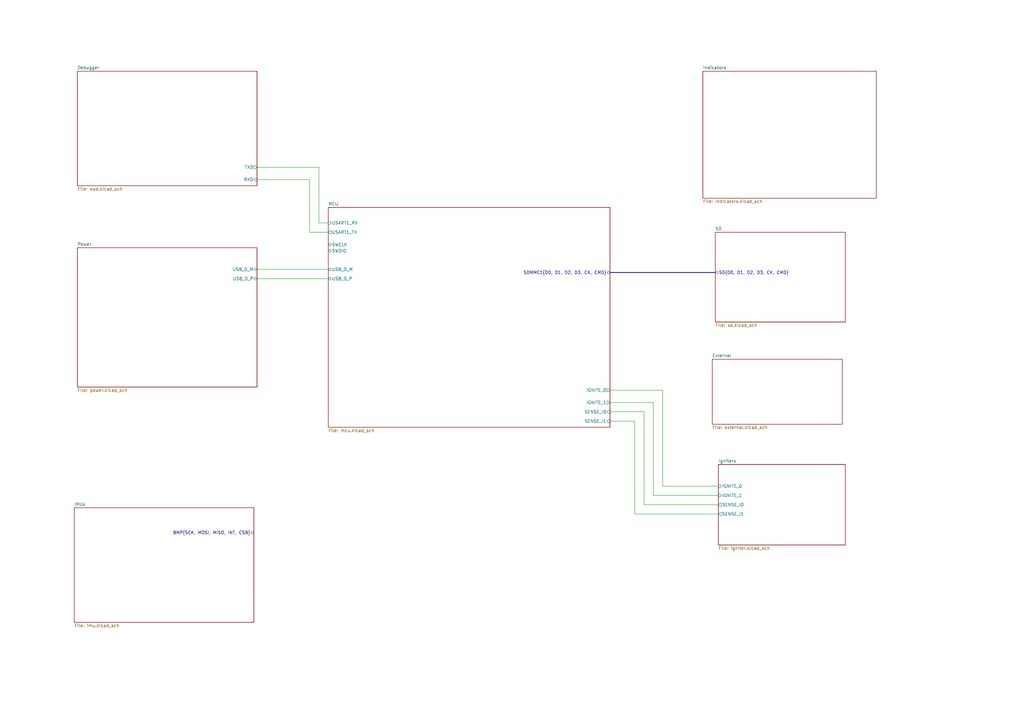
<source format=kicad_sch>
(kicad_sch
	(version 20250114)
	(generator "eeschema")
	(generator_version "9.0")
	(uuid "3f5bc5ea-feaa-4ed9-b0e0-c918b1fb5754")
	(paper "A3")
	(lib_symbols)
	(wire
		(pts
			(xy 271.78 199.39) (xy 294.64 199.39)
		)
		(stroke
			(width 0)
			(type default)
		)
		(uuid "06f7207e-34b1-4e57-aab7-4ef9b98feda2")
	)
	(wire
		(pts
			(xy 271.78 160.02) (xy 271.78 199.39)
		)
		(stroke
			(width 0)
			(type default)
		)
		(uuid "0e99de1d-1aab-4588-a050-cf6ac32fe0c2")
	)
	(wire
		(pts
			(xy 260.35 172.72) (xy 260.35 210.82)
		)
		(stroke
			(width 0)
			(type default)
		)
		(uuid "2d27c37e-893e-4e0f-a6d8-52549ffdbbf9")
	)
	(wire
		(pts
			(xy 250.19 160.02) (xy 271.78 160.02)
		)
		(stroke
			(width 0)
			(type default)
		)
		(uuid "533c1f2c-2daf-46b3-8fab-0d6277d58c76")
	)
	(wire
		(pts
			(xy 105.41 73.66) (xy 127 73.66)
		)
		(stroke
			(width 0)
			(type default)
		)
		(uuid "56efa787-0426-43fc-b92c-6bad00c96fbf")
	)
	(wire
		(pts
			(xy 267.97 165.1) (xy 267.97 203.2)
		)
		(stroke
			(width 0)
			(type default)
		)
		(uuid "67dda562-cd98-4abf-8a1d-acdeb9494603")
	)
	(wire
		(pts
			(xy 105.41 110.49) (xy 134.62 110.49)
		)
		(stroke
			(width 0)
			(type default)
		)
		(uuid "8b48c686-a9c9-434b-95bf-3fc737f3a139")
	)
	(bus
		(pts
			(xy 250.19 111.76) (xy 293.37 111.76)
		)
		(stroke
			(width 0)
			(type default)
		)
		(uuid "8e14d2df-0986-49fa-8e92-aaa0cc1dd38d")
	)
	(wire
		(pts
			(xy 264.16 168.91) (xy 264.16 207.01)
		)
		(stroke
			(width 0)
			(type default)
		)
		(uuid "9656bc5e-942e-432e-a8c2-a50206e530b5")
	)
	(wire
		(pts
			(xy 264.16 207.01) (xy 294.64 207.01)
		)
		(stroke
			(width 0)
			(type default)
		)
		(uuid "97242920-8f04-4e48-bf40-3153ee85ef5a")
	)
	(wire
		(pts
			(xy 250.19 172.72) (xy 260.35 172.72)
		)
		(stroke
			(width 0)
			(type default)
		)
		(uuid "975770d0-4524-4475-b58c-c6be04ec7b2f")
	)
	(wire
		(pts
			(xy 260.35 210.82) (xy 294.64 210.82)
		)
		(stroke
			(width 0)
			(type default)
		)
		(uuid "9c1a210f-853b-4b56-a042-b1ad6e7fadac")
	)
	(wire
		(pts
			(xy 105.41 68.58) (xy 130.81 68.58)
		)
		(stroke
			(width 0)
			(type default)
		)
		(uuid "ad3eff3d-22b1-4573-9cf4-a4f675c31e39")
	)
	(wire
		(pts
			(xy 250.19 168.91) (xy 264.16 168.91)
		)
		(stroke
			(width 0)
			(type default)
		)
		(uuid "ad99d665-28d1-44a5-96c7-f0e0279beccf")
	)
	(wire
		(pts
			(xy 250.19 165.1) (xy 267.97 165.1)
		)
		(stroke
			(width 0)
			(type default)
		)
		(uuid "c35acaf1-f4c7-4c8e-b270-c6fdc3456ddb")
	)
	(wire
		(pts
			(xy 130.81 68.58) (xy 130.81 91.44)
		)
		(stroke
			(width 0)
			(type default)
		)
		(uuid "cb8f756e-4dcd-4809-9d85-cb2809b77853")
	)
	(wire
		(pts
			(xy 105.41 114.3) (xy 134.62 114.3)
		)
		(stroke
			(width 0)
			(type default)
		)
		(uuid "e1812d0d-b3dc-48dc-9a0f-6a805c177ab4")
	)
	(wire
		(pts
			(xy 130.81 91.44) (xy 134.62 91.44)
		)
		(stroke
			(width 0)
			(type default)
		)
		(uuid "e1d6238b-5ea7-4b4e-a577-61babe8bf170")
	)
	(wire
		(pts
			(xy 267.97 203.2) (xy 294.64 203.2)
		)
		(stroke
			(width 0)
			(type default)
		)
		(uuid "ea1ab451-95e9-4100-bb88-970fa744e929")
	)
	(wire
		(pts
			(xy 127 73.66) (xy 127 95.25)
		)
		(stroke
			(width 0)
			(type default)
		)
		(uuid "f3fd0b49-815d-4818-bc19-d6e81f7cb4fe")
	)
	(wire
		(pts
			(xy 127 95.25) (xy 134.62 95.25)
		)
		(stroke
			(width 0)
			(type default)
		)
		(uuid "f97d324b-7614-44a4-8f6c-8970f08e4705")
	)
	(sheet
		(at 31.75 29.21)
		(size 73.66 46.99)
		(exclude_from_sim no)
		(in_bom yes)
		(on_board yes)
		(dnp no)
		(fields_autoplaced yes)
		(stroke
			(width 0.1524)
			(type solid)
		)
		(fill
			(color 0 0 0 0.0000)
		)
		(uuid "226d91b5-727a-47f8-9cda-891697ac9edb")
		(property "Sheetname" "Debugger"
			(at 31.75 28.4984 0)
			(effects
				(font
					(size 1.27 1.27)
				)
				(justify left bottom)
			)
		)
		(property "Sheetfile" "swd.kicad_sch"
			(at 31.75 76.7846 0)
			(effects
				(font
					(size 1.27 1.27)
				)
				(justify left top)
			)
		)
		(pin "RXD" input
			(at 105.41 73.66 0)
			(uuid "343d7df8-84ef-4555-a309-f30064cb2389")
			(effects
				(font
					(size 1.27 1.27)
				)
				(justify right)
			)
		)
		(pin "TXD" output
			(at 105.41 68.58 0)
			(uuid "dd91fcc0-d4a8-4d40-b865-0ab78b04b3b3")
			(effects
				(font
					(size 1.27 1.27)
				)
				(justify right)
			)
		)
		(instances
			(project "aerolotl"
				(path "/3f5bc5ea-feaa-4ed9-b0e0-c918b1fb5754"
					(page "3")
				)
			)
		)
	)
	(sheet
		(at 293.37 95.25)
		(size 53.34 36.83)
		(exclude_from_sim no)
		(in_bom yes)
		(on_board yes)
		(dnp no)
		(fields_autoplaced yes)
		(stroke
			(width 0.1524)
			(type solid)
		)
		(fill
			(color 0 0 0 0.0000)
		)
		(uuid "5163456c-8297-491e-bf51-bada45954a82")
		(property "Sheetname" "SD"
			(at 293.37 94.5384 0)
			(effects
				(font
					(size 1.27 1.27)
				)
				(justify left bottom)
			)
		)
		(property "Sheetfile" "sd.kicad_sch"
			(at 293.37 132.6646 0)
			(effects
				(font
					(size 1.27 1.27)
				)
				(justify left top)
			)
		)
		(pin "SD{D0, D1, D2, D3, CK, CMD}" bidirectional
			(at 293.37 111.76 180)
			(uuid "fed8a183-8444-40db-8f07-273dd03d2554")
			(effects
				(font
					(size 1.27 1.27)
				)
				(justify left)
			)
		)
		(instances
			(project "aerolotl"
				(path "/3f5bc5ea-feaa-4ed9-b0e0-c918b1fb5754"
					(page "8")
				)
			)
		)
	)
	(sheet
		(at 294.64 190.5)
		(size 52.07 33.02)
		(exclude_from_sim no)
		(in_bom yes)
		(on_board yes)
		(dnp no)
		(fields_autoplaced yes)
		(stroke
			(width 0.1524)
			(type solid)
		)
		(fill
			(color 0 0 0 0.0000)
		)
		(uuid "52f7934e-6b3c-4046-8930-cc057f9c6816")
		(property "Sheetname" "Igniters"
			(at 294.64 189.7884 0)
			(effects
				(font
					(size 1.27 1.27)
				)
				(justify left bottom)
			)
		)
		(property "Sheetfile" "igniter.kicad_sch"
			(at 294.64 224.1046 0)
			(effects
				(font
					(size 1.27 1.27)
				)
				(justify left top)
			)
		)
		(pin "IGNITE_0" input
			(at 294.64 199.39 180)
			(uuid "02844afa-56a8-43d0-a94b-48ccadafcf95")
			(effects
				(font
					(size 1.27 1.27)
				)
				(justify left)
			)
		)
		(pin "IGNITE_1" input
			(at 294.64 203.2 180)
			(uuid "79f0e121-2cc7-4967-9bda-1b102a707972")
			(effects
				(font
					(size 1.27 1.27)
				)
				(justify left)
			)
		)
		(pin "SENSE_I0" output
			(at 294.64 207.01 180)
			(uuid "0994c243-6d58-4040-bf74-1f3f944a6edd")
			(effects
				(font
					(size 1.27 1.27)
				)
				(justify left)
			)
		)
		(pin "SENSE_I1" output
			(at 294.64 210.82 180)
			(uuid "23095157-59e2-43c8-8dfc-d836e9f215b3")
			(effects
				(font
					(size 1.27 1.27)
				)
				(justify left)
			)
		)
		(instances
			(project "aerolotl"
				(path "/3f5bc5ea-feaa-4ed9-b0e0-c918b1fb5754"
					(page "10")
				)
			)
		)
	)
	(sheet
		(at 292.1 147.32)
		(size 53.34 26.67)
		(exclude_from_sim no)
		(in_bom yes)
		(on_board yes)
		(dnp no)
		(fields_autoplaced yes)
		(stroke
			(width 0.1524)
			(type solid)
		)
		(fill
			(color 0 0 0 0.0000)
		)
		(uuid "5f72b0ed-0324-499f-bb98-18e31eb15f1d")
		(property "Sheetname" "External"
			(at 292.1 146.6084 0)
			(effects
				(font
					(size 1.27 1.27)
				)
				(justify left bottom)
			)
		)
		(property "Sheetfile" "external.kicad_sch"
			(at 292.1 174.5746 0)
			(effects
				(font
					(size 1.27 1.27)
				)
				(justify left top)
			)
		)
		(instances
			(project "aerolotl"
				(path "/3f5bc5ea-feaa-4ed9-b0e0-c918b1fb5754"
					(page "9")
				)
			)
		)
	)
	(sheet
		(at 288.29 29.21)
		(size 71.12 52.07)
		(exclude_from_sim no)
		(in_bom yes)
		(on_board yes)
		(dnp no)
		(fields_autoplaced yes)
		(stroke
			(width 0.1524)
			(type solid)
		)
		(fill
			(color 0 0 0 0.0000)
		)
		(uuid "661f4fc2-097f-41c0-811b-86b5718b26e2")
		(property "Sheetname" "Indicators"
			(at 288.29 28.4984 0)
			(effects
				(font
					(size 1.27 1.27)
				)
				(justify left bottom)
			)
		)
		(property "Sheetfile" "indicators.kicad_sch"
			(at 288.29 81.8646 0)
			(effects
				(font
					(size 1.27 1.27)
				)
				(justify left top)
			)
		)
		(instances
			(project "aerolotl"
				(path "/3f5bc5ea-feaa-4ed9-b0e0-c918b1fb5754"
					(page "6")
				)
			)
		)
	)
	(sheet
		(at 31.75 101.6)
		(size 73.66 57.15)
		(exclude_from_sim no)
		(in_bom yes)
		(on_board yes)
		(dnp no)
		(fields_autoplaced yes)
		(stroke
			(width 0.1524)
			(type solid)
		)
		(fill
			(color 0 0 0 0.0000)
		)
		(uuid "74cb3ba4-5441-4040-b144-f529fa281743")
		(property "Sheetname" "Power"
			(at 31.75 100.8884 0)
			(effects
				(font
					(size 1.27 1.27)
				)
				(justify left bottom)
			)
		)
		(property "Sheetfile" "power.kicad_sch"
			(at 31.75 159.3346 0)
			(effects
				(font
					(size 1.27 1.27)
				)
				(justify left top)
			)
		)
		(pin "USB_D_M" bidirectional
			(at 105.41 110.49 0)
			(uuid "9702f6fe-72bc-4c63-9469-8ad1e7cc9e60")
			(effects
				(font
					(size 1.27 1.27)
				)
				(justify right)
			)
		)
		(pin "USB_D_P" bidirectional
			(at 105.41 114.3 0)
			(uuid "88897167-87d1-4e89-b05c-da2645804c15")
			(effects
				(font
					(size 1.27 1.27)
				)
				(justify right)
			)
		)
		(instances
			(project "aerolotl"
				(path "/3f5bc5ea-feaa-4ed9-b0e0-c918b1fb5754"
					(page "4")
				)
			)
		)
	)
	(sheet
		(at 30.48 208.28)
		(size 73.66 46.99)
		(exclude_from_sim no)
		(in_bom yes)
		(on_board yes)
		(dnp no)
		(fields_autoplaced yes)
		(stroke
			(width 0.1524)
			(type solid)
		)
		(fill
			(color 0 0 0 0.0000)
		)
		(uuid "74e9b1e9-3a21-4de4-9795-bce3dd5092b3")
		(property "Sheetname" "IMUs"
			(at 30.48 207.5684 0)
			(effects
				(font
					(size 1.27 1.27)
				)
				(justify left bottom)
			)
		)
		(property "Sheetfile" "imu.kicad_sch"
			(at 30.48 255.8546 0)
			(effects
				(font
					(size 1.27 1.27)
				)
				(justify left top)
			)
		)
		(pin "BMP{SCK, MOSI, MISO, INT, CSB}" bidirectional
			(at 104.14 218.44 0)
			(uuid "0b0d86a5-a235-4586-a1e4-2c7283e7973b")
			(effects
				(font
					(size 1.27 1.27)
				)
				(justify right)
			)
		)
		(instances
			(project "aerolotl"
				(path "/3f5bc5ea-feaa-4ed9-b0e0-c918b1fb5754"
					(page "5")
				)
			)
		)
	)
	(sheet
		(at 134.62 85.09)
		(size 115.57 90.17)
		(exclude_from_sim no)
		(in_bom yes)
		(on_board yes)
		(dnp no)
		(fields_autoplaced yes)
		(stroke
			(width 0.1524)
			(type solid)
		)
		(fill
			(color 0 0 0 0.0000)
		)
		(uuid "ab6692e5-8cdb-4044-acef-dc950a39c5fc")
		(property "Sheetname" "MCU"
			(at 134.62 84.3784 0)
			(effects
				(font
					(size 1.27 1.27)
				)
				(justify left bottom)
			)
		)
		(property "Sheetfile" "mcu.kicad_sch"
			(at 134.62 175.8446 0)
			(effects
				(font
					(size 1.27 1.27)
				)
				(justify left top)
			)
		)
		(pin "USART1_RX" input
			(at 134.62 91.44 180)
			(uuid "a242df06-584f-4503-a92e-cc8ab27b339e")
			(effects
				(font
					(size 1.27 1.27)
				)
				(justify left)
			)
		)
		(pin "USART1_TX" output
			(at 134.62 95.25 180)
			(uuid "91a47877-9648-4fcf-9c3f-8d29fd67d5fc")
			(effects
				(font
					(size 1.27 1.27)
				)
				(justify left)
			)
		)
		(pin "IGNITE_0" output
			(at 250.19 160.02 0)
			(uuid "a3d606fb-9e7a-4776-965b-51b53592c3bc")
			(effects
				(font
					(size 1.27 1.27)
				)
				(justify right)
			)
		)
		(pin "IGNITE_1" output
			(at 250.19 165.1 0)
			(uuid "88fdb9e3-a7e5-4410-ad47-fe7468d10071")
			(effects
				(font
					(size 1.27 1.27)
				)
				(justify right)
			)
		)
		(pin "SDMMC1{D0, D1, D2, D3, CK, CMD}" bidirectional
			(at 250.19 111.76 0)
			(uuid "02a75401-e20c-4237-8915-3f28daec08bc")
			(effects
				(font
					(size 1.27 1.27)
				)
				(justify right)
			)
		)
		(pin "SENSE_I0" input
			(at 250.19 168.91 0)
			(uuid "4ad45f39-03a8-4001-8db3-e44fd4d42d74")
			(effects
				(font
					(size 1.27 1.27)
				)
				(justify right)
			)
		)
		(pin "SENSE_I1" input
			(at 250.19 172.72 0)
			(uuid "a0557aa5-f678-4de8-8741-6bf938c8d647")
			(effects
				(font
					(size 1.27 1.27)
				)
				(justify right)
			)
		)
		(pin "SWCLK" bidirectional
			(at 134.62 100.33 180)
			(uuid "56fa6e5c-c82d-4369-a221-daa194b24c38")
			(effects
				(font
					(size 1.27 1.27)
				)
				(justify left)
			)
		)
		(pin "SWDIO" bidirectional
			(at 134.62 102.87 180)
			(uuid "d41139ed-30dc-4abb-a053-b2cc8db5d111")
			(effects
				(font
					(size 1.27 1.27)
				)
				(justify left)
			)
		)
		(pin "USB_D_M" bidirectional
			(at 134.62 110.49 180)
			(uuid "736a0b9b-07b4-442c-8653-f18c98169ed9")
			(effects
				(font
					(size 1.27 1.27)
				)
				(justify left)
			)
		)
		(pin "USB_D_P" bidirectional
			(at 134.62 114.3 180)
			(uuid "f9718ffb-5129-4cc1-bab2-a7be086405dd")
			(effects
				(font
					(size 1.27 1.27)
				)
				(justify left)
			)
		)
		(instances
			(project "aerolotl"
				(path "/3f5bc5ea-feaa-4ed9-b0e0-c918b1fb5754"
					(page "2")
				)
			)
		)
	)
	(sheet_instances
		(path "/"
			(page "1")
		)
	)
	(embedded_fonts no)
)

</source>
